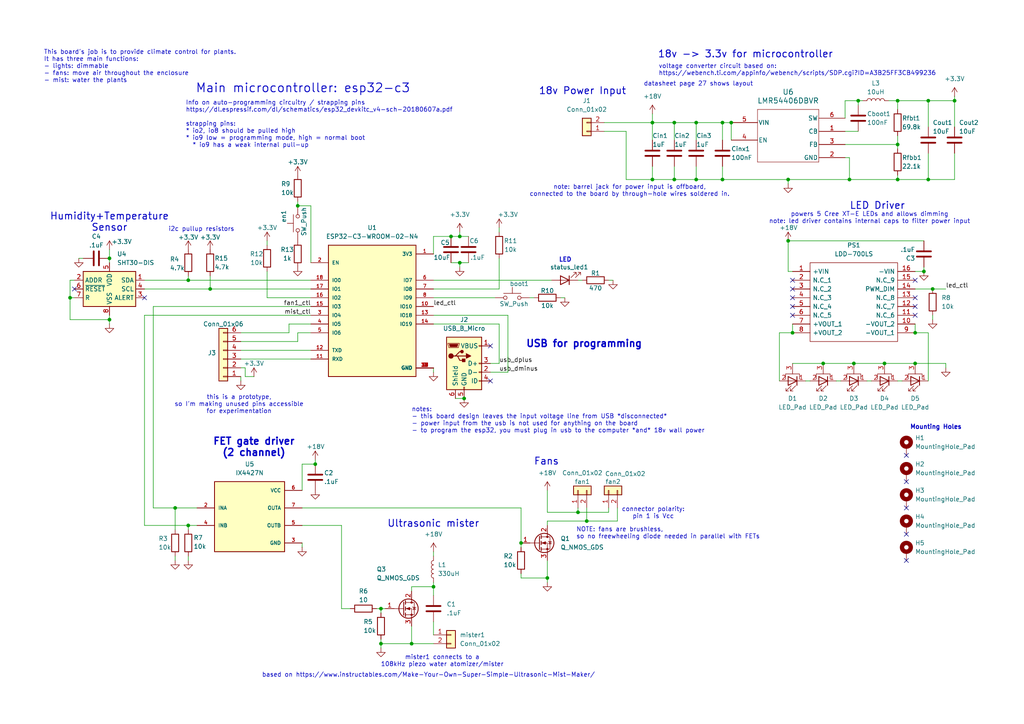
<source format=kicad_sch>
(kicad_sch (version 20231120) (generator "eeschema") (generator_version "8.0")
  (paper "A4")
  (title_block (title "Terrarium Control Board") (date "2024-07-18") (rev "v0.2"))
  (junction (at 167.64 148.59))
  (junction (at 31.75 92.71))
  (junction (at 110.49 186.69))
  (junction (at 195.58 52.07))
  (junction (at 189.23 52.07))
  (junction (at 260.35 52.07))
  (junction (at 119.38 186.69))
  (junction (at 247.65 105.41))
  (junction (at 133.35 76.2))
  (junction (at 265.43 105.41))
  (junction (at 212.09 35.56))
  (junction (at 229.87 96.52))
  (junction (at 209.55 35.56))
  (junction (at 170.18 151.13))
  (junction (at 228.6 52.07))
  (junction (at 54.61 152.4))
  (junction (at 158.75 167.64))
  (junction (at 54.61 81.28))
  (junction (at 269.24 29.21))
  (junction (at 269.24 52.07))
  (junction (at 195.58 35.56))
  (junction (at 209.55 52.07))
  (junction (at 228.6 69.85))
  (junction (at 86.36 59.69))
  (junction (at 201.93 35.56))
  (junction (at 133.35 68.58))
  (junction (at 20.32 86.36))
  (junction (at 130.81 68.58))
  (junction (at 134.62 115.57))
  (junction (at 60.96 83.82))
  (junction (at 256.54 105.41))
  (junction (at 201.93 52.07))
  (junction (at 276.86 29.21))
  (junction (at 125.73 170.18))
  (junction (at 91.44 134.62))
  (junction (at 151.13 157.48))
  (junction (at 265.43 96.52))
  (junction (at 270.51 83.82))
  (junction (at 238.76 105.41))
  (junction (at 246.38 52.07))
  (junction (at 260.35 41.91))
  (junction (at 31.75 74.93))
  (junction (at 50.8 147.32))
  (junction (at 248.92 29.21))
  (junction (at 189.23 35.56))
  (junction (at 260.35 29.21))
  (junction (at 110.49 176.53))
  (junction (at 267.97 78.74))
  (no_connect (at 229.87 86.36))
  (no_connect (at 41.91 86.36))
  (no_connect (at 265.43 88.9))
  (no_connect (at 229.87 88.9))
  (no_connect (at 229.87 83.82))
  (no_connect (at 262.89 147.32))
  (no_connect (at 262.89 139.7))
  (no_connect (at 229.87 81.28))
  (no_connect (at 265.43 86.36))
  (no_connect (at 265.43 81.28))
  (no_connect (at 21.59 83.82))
  (no_connect (at 262.89 132.08))
  (no_connect (at 265.43 91.44))
  (no_connect (at 229.87 91.44))
  (no_connect (at 262.89 154.94))
  (no_connect (at 262.89 162.56))
  (no_connect (at 142.24 110.49))
  (no_connect (at 142.24 100.33))
  (wire (pts (xy 245.11 45.72) (xy 246.38 45.72)))
  (wire (pts (xy 246.38 52.07) (xy 260.35 52.07)))
  (wire (pts (xy 144.78 93.98) (xy 144.78 105.41)))
  (wire (pts (xy 99.06 176.53) (xy 99.06 152.4)))
  (wire (pts (xy 195.58 52.07) (xy 201.93 52.07)))
  (wire (pts (xy 22.86 74.93) (xy 24.13 74.93)))
  (wire (pts (xy 130.81 68.58) (xy 133.35 68.58)))
  (wire (pts (xy 90.17 59.69) (xy 90.17 76.2)))
  (wire (pts (xy 77.47 86.36) (xy 77.47 78.74)))
  (wire (pts (xy 125.73 160.02) (xy 125.73 161.29)))
  (wire (pts (xy 133.35 76.2) (xy 133.35 77.47)))
  (wire (pts (xy 209.55 52.07) (xy 209.55 48.26)))
  (wire (pts (xy 109.22 176.53) (xy 110.49 176.53)))
  (wire (pts (xy 41.91 83.82) (xy 60.96 83.82)))
  (wire (pts (xy 54.61 161.29) (xy 54.61 162.56)))
  (wire (pts (xy 269.24 29.21) (xy 276.86 29.21)))
  (wire (pts (xy 125.73 68.58) (xy 125.73 73.66)))
  (wire (pts (xy 265.43 78.74) (xy 267.97 78.74)))
  (wire (pts (xy 91.44 133.35) (xy 91.44 134.62)))
  (wire (pts (xy 167.64 147.32) (xy 167.64 148.59)))
  (wire (pts (xy 209.55 35.56) (xy 212.09 35.56)))
  (wire (pts (xy 54.61 152.4) (xy 54.61 153.67)))
  (wire (pts (xy 147.32 91.44) (xy 147.32 107.95)))
  (wire (pts (xy 176.53 81.28) (xy 177.8 81.28)))
  (wire (pts (xy 144.78 83.82) (xy 144.78 74.93)))
  (wire (pts (xy 86.36 59.69) (xy 90.17 59.69)))
  (wire (pts (xy 77.47 69.85) (xy 77.47 71.12)))
  (wire (pts (xy 189.23 33.02) (xy 189.23 35.56)))
  (wire (pts (xy 119.38 170.18) (xy 119.38 171.45)))
  (wire (pts (xy 228.6 69.85) (xy 228.6 78.74)))
  (wire (pts (xy 167.64 148.59) (xy 158.75 148.59)))
  (wire (pts (xy 181.61 38.1) (xy 181.61 52.07)))
  (wire (pts (xy 233.68 110.49) (xy 234.95 110.49)))
  (wire (pts (xy 228.6 69.85) (xy 267.97 69.85)))
  (wire (pts (xy 125.73 106.68) (xy 125.73 107.95)))
  (wire (pts (xy 181.61 52.07) (xy 189.23 52.07)))
  (wire (pts (xy 60.96 80.01) (xy 60.96 83.82)))
  (wire (pts (xy 265.43 93.98) (xy 265.43 96.52)))
  (wire (pts (xy 119.38 181.61) (xy 119.38 186.69)))
  (wire (pts (xy 90.17 93.98) (xy 83.82 93.98)))
  (wire (pts (xy 20.32 81.28) (xy 20.32 86.36)))
  (wire (pts (xy 31.75 92.71) (xy 31.75 93.98)))
  (wire (pts (xy 248.92 29.21) (xy 250.19 29.21)))
  (wire (pts (xy 87.63 147.32) (xy 151.13 147.32)))
  (wire (pts (xy 226.06 110.49) (xy 226.06 96.52)))
  (wire (pts (xy 50.8 147.32) (xy 50.8 153.67)))
  (wire (pts (xy 229.87 105.41) (xy 238.76 105.41)))
  (wire (pts (xy 260.35 31.75) (xy 260.35 29.21)))
  (wire (pts (xy 69.85 101.6) (xy 90.17 101.6)))
  (wire (pts (xy 125.73 180.34) (xy 125.73 184.15)))
  (wire (pts (xy 86.36 99.06) (xy 69.85 99.06)))
  (wire (pts (xy 158.75 162.56) (xy 158.75 167.64)))
  (wire (pts (xy 41.91 152.4) (xy 54.61 152.4)))
  (wire (pts (xy 246.38 45.72) (xy 246.38 52.07)))
  (wire (pts (xy 69.85 109.22) (xy 69.85 110.49)))
  (wire (pts (xy 130.81 76.2) (xy 133.35 76.2)))
  (wire (pts (xy 270.51 91.44) (xy 270.51 92.71)))
  (wire (pts (xy 195.58 48.26) (xy 195.58 52.07)))
  (wire (pts (xy 276.86 36.83) (xy 276.86 29.21)))
  (wire (pts (xy 87.63 152.4) (xy 99.06 152.4)))
  (wire (pts (xy 99.06 176.53) (xy 101.6 176.53)))
  (wire (pts (xy 256.54 105.41) (xy 265.43 105.41)))
  (wire (pts (xy 125.73 91.44) (xy 147.32 91.44)))
  (wire (pts (xy 154.94 86.36) (xy 153.67 86.36)))
  (wire (pts (xy 90.17 96.52) (xy 86.36 96.52)))
  (wire (pts (xy 158.75 142.24) (xy 158.75 148.59)))
  (wire (pts (xy 20.32 86.36) (xy 21.59 86.36)))
  (wire (pts (xy 69.85 106.68) (xy 71.12 106.68)))
  (wire (pts (xy 151.13 157.48) (xy 151.13 147.32)))
  (wire (pts (xy 269.24 110.49) (xy 269.24 96.52)))
  (wire (pts (xy 133.35 76.2) (xy 135.89 76.2)))
  (wire (pts (xy 132.08 115.57) (xy 134.62 115.57)))
  (wire (pts (xy 270.51 83.82) (xy 274.32 83.82)))
  (wire (pts (xy 69.85 104.14) (xy 90.17 104.14)))
  (wire (pts (xy 87.63 134.62) (xy 91.44 134.62)))
  (wire (pts (xy 71.12 106.68) (xy 71.12 109.22)))
  (wire (pts (xy 189.23 52.07) (xy 189.23 48.26)))
  (wire (pts (xy 110.49 185.42) (xy 110.49 186.69)))
  (wire (pts (xy 144.78 66.04) (xy 144.78 67.31)))
  (wire (pts (xy 168.91 81.28) (xy 167.64 81.28)))
  (wire (pts (xy 175.26 35.56) (xy 189.23 35.56)))
  (wire (pts (xy 226.06 96.52) (xy 229.87 96.52)))
  (wire (pts (xy 125.73 86.36) (xy 143.51 86.36)))
  (wire (pts (xy 195.58 35.56) (xy 201.93 35.56)))
  (wire (pts (xy 260.35 110.49) (xy 261.62 110.49)))
  (wire (pts (xy 276.86 52.07) (xy 276.86 44.45)))
  (wire (pts (xy 269.24 52.07) (xy 269.24 44.45)))
  (wire (pts (xy 71.12 109.22) (xy 73.66 109.22)))
  (wire (pts (xy 265.43 96.52) (xy 269.24 96.52)))
  (wire (pts (xy 86.36 58.42) (xy 86.36 59.69)))
  (wire (pts (xy 151.13 167.64) (xy 158.75 167.64)))
  (wire (pts (xy 260.35 29.21) (xy 269.24 29.21)))
  (wire (pts (xy 201.93 52.07) (xy 209.55 52.07)))
  (wire (pts (xy 176.53 148.59) (xy 167.64 148.59)))
  (wire (pts (xy 274.32 105.41) (xy 274.32 106.68)))
  (wire (pts (xy 212.09 40.64) (xy 212.09 35.56)))
  (wire (pts (xy 176.53 147.32) (xy 176.53 148.59)))
  (wire (pts (xy 179.07 147.32) (xy 179.07 151.13)))
  (wire (pts (xy 269.24 52.07) (xy 276.86 52.07)))
  (wire (pts (xy 245.11 29.21) (xy 248.92 29.21)))
  (wire (pts (xy 162.56 86.36) (xy 163.83 86.36)))
  (wire (pts (xy 50.8 147.32) (xy 57.15 147.32)))
  (wire (pts (xy 69.85 96.52) (xy 83.82 96.52)))
  (wire (pts (xy 50.8 161.29) (xy 50.8 162.56)))
  (wire (pts (xy 170.18 147.32) (xy 170.18 151.13)))
  (wire (pts (xy 201.93 35.56) (xy 209.55 35.56)))
  (wire (pts (xy 125.73 170.18) (xy 125.73 172.72)))
  (wire (pts (xy 119.38 186.69) (xy 125.73 186.69)))
  (wire (pts (xy 31.75 74.93) (xy 31.75 76.2)))
  (wire (pts (xy 228.6 52.07) (xy 209.55 52.07)))
  (wire (pts (xy 133.35 68.58) (xy 135.89 68.58)))
  (wire (pts (xy 175.26 38.1) (xy 181.61 38.1)))
  (wire (pts (xy 201.93 35.56) (xy 201.93 40.64)))
  (wire (pts (xy 201.93 52.07) (xy 201.93 48.26)))
  (wire (pts (xy 142.24 107.95) (xy 147.32 107.95)))
  (wire (pts (xy 87.63 134.62) (xy 87.63 142.24)))
  (wire (pts (xy 110.49 186.69) (xy 119.38 186.69)))
  (wire (pts (xy 54.61 80.01) (xy 54.61 81.28)))
  (wire (pts (xy 260.35 52.07) (xy 269.24 52.07)))
  (wire (pts (xy 86.36 96.52) (xy 86.36 99.06)))
  (wire (pts (xy 44.45 88.9) (xy 90.17 88.9)))
  (wire (pts (xy 133.35 68.58) (xy 133.35 67.31)))
  (wire (pts (xy 269.24 29.21) (xy 269.24 36.83)))
  (wire (pts (xy 125.73 83.82) (xy 144.78 83.82)))
  (wire (pts (xy 41.91 91.44) (xy 90.17 91.44)))
  (wire (pts (xy 229.87 93.98) (xy 229.87 96.52)))
  (wire (pts (xy 77.47 86.36) (xy 90.17 86.36)))
  (wire (pts (xy 158.75 168.91) (xy 158.75 167.64)))
  (wire (pts (xy 31.75 91.44) (xy 31.75 92.71)))
  (wire (pts (xy 247.65 105.41) (xy 256.54 105.41)))
  (wire (pts (xy 189.23 52.07) (xy 195.58 52.07)))
  (wire (pts (xy 242.57 110.49) (xy 243.84 110.49)))
  (wire (pts (xy 265.43 83.82) (xy 270.51 83.82)))
  (wire (pts (xy 245.11 41.91) (xy 260.35 41.91)))
  (wire (pts (xy 228.6 78.74) (xy 229.87 78.74)))
  (wire (pts (xy 20.32 81.28) (xy 21.59 81.28)))
  (wire (pts (xy 20.32 92.71) (xy 31.75 92.71)))
  (wire (pts (xy 125.73 170.18) (xy 125.73 168.91)))
  (wire (pts (xy 151.13 158.75) (xy 151.13 157.48)))
  (wire (pts (xy 209.55 35.56) (xy 209.55 40.64)))
  (wire (pts (xy 130.81 68.58) (xy 125.73 68.58)))
  (wire (pts (xy 189.23 40.64) (xy 189.23 35.56)))
  (wire (pts (xy 228.6 52.07) (xy 228.6 53.34)))
  (wire (pts (xy 20.32 86.36) (xy 20.32 92.71)))
  (wire (pts (xy 195.58 35.56) (xy 195.58 40.64)))
  (wire (pts (xy 265.43 105.41) (xy 274.32 105.41)))
  (wire (pts (xy 260.35 41.91) (xy 260.35 43.18)))
  (wire (pts (xy 151.13 167.64) (xy 151.13 166.37)))
  (wire (pts (xy 248.92 29.21) (xy 248.92 30.48)))
  (wire (pts (xy 245.11 38.1) (xy 248.92 38.1)))
  (wire (pts (xy 44.45 147.32) (xy 44.45 88.9)))
  (wire (pts (xy 60.96 83.82) (xy 90.17 83.82)))
  (wire (pts (xy 41.91 91.44) (xy 41.91 152.4)))
  (wire (pts (xy 260.35 50.8) (xy 260.35 52.07)))
  (wire (pts (xy 170.18 151.13) (xy 179.07 151.13)))
  (wire (pts (xy 267.97 77.47) (xy 267.97 78.74)))
  (wire (pts (xy 228.6 52.07) (xy 246.38 52.07)))
  (wire (pts (xy 260.35 39.37) (xy 260.35 41.91)))
  (wire (pts (xy 31.75 72.39) (xy 31.75 74.93)))
  (wire (pts (xy 125.73 81.28) (xy 160.02 81.28)))
  (wire (pts (xy 189.23 35.56) (xy 195.58 35.56)))
  (wire (pts (xy 54.61 81.28) (xy 90.17 81.28)))
  (wire (pts (xy 110.49 177.8) (xy 110.49 176.53)))
  (wire (pts (xy 87.63 157.48) (xy 87.63 158.75)))
  (wire (pts (xy 44.45 147.32) (xy 50.8 147.32)))
  (wire (pts (xy 276.86 27.94) (xy 276.86 29.21)))
  (wire (pts (xy 119.38 170.18) (xy 125.73 170.18)))
  (wire (pts (xy 125.73 93.98) (xy 144.78 93.98)))
  (wire (pts (xy 83.82 93.98) (xy 83.82 96.52)))
  (wire (pts (xy 245.11 34.29) (xy 245.11 29.21)))
  (wire (pts (xy 54.61 152.4) (xy 57.15 152.4)))
  (wire (pts (xy 238.76 105.41) (xy 247.65 105.41)))
  (wire (pts (xy 142.24 105.41) (xy 144.78 105.41)))
  (wire (pts (xy 257.81 29.21) (xy 260.35 29.21)))
  (wire (pts (xy 158.75 151.13) (xy 170.18 151.13)))
  (wire (pts (xy 110.49 187.96) (xy 110.49 186.69)))
  (wire (pts (xy 111.76 176.53) (xy 110.49 176.53)))
  (wire (pts (xy 251.46 110.49) (xy 252.73 110.49)))
  (wire (pts (xy 41.91 81.28) (xy 54.61 81.28)))
  (wire (pts (xy 158.75 151.13) (xy 158.75 152.4)))
  (text "NOTE: fans are brushless,\nso no freewheeling diode needed in parallel with FETs" (at 167.132 156.464 0) (effects (font (size 1.27 1.27)) (justify left bottom)))
  (text "Ultrasonic mister" (at 112.268 153.162 0) (effects (font (size 2.032 2.032) (thickness 0.254) (bold yes)) (justify left bottom)))
  (text "i2c pullup resistors" (at 58.42 66.548 0) (effects (font (size 1.27 1.27))))
  (text "Fans\n" (at 158.496 135.128 0) (effects (font (size 2.032 2.032) (thickness 0.254) (bold yes)) (justify bottom)))
  (text "based on https://www.instructables.com/Make-Your-Own-Super-Simple-Ultrasonic-Mist-Maker/" (at 75.946 196.596 0) (effects (font (size 1.27 1.27)) (justify left bottom)))
  (text "This board's job is to provide climate control for plants.\nIt has three main functions:\n- lights: dimmable\n- fans: move air throughout the enclosure\n- mist: water the plants" (at 12.7 19.304 0) (effects (font (size 1.27 1.27)) (justify left)))
  (text "this is a prototype,\nso I'm making unused pins accessible\nfor experimentation" (at 69.342 117.348 0) (effects (font (size 1.27 1.27))))
  (text "FET gate driver\n(2 channel)" (at 73.66 129.794 0) (effects (font (size 2.032 2.032) (thickness 0.4064) (bold yes))))
  (text "note: barrel jack for power input is offboard,\nconnected to the board by through-hole wires soldered in." (at 182.626 55.372 0) (effects (font (size 1.27 1.27))))
  (text "USB for programming" (at 169.418 99.822 0) (effects (font (size 2.032 2.032) (thickness 0.4064) (bold yes))))
  (text "LED" (at 162.052 76.2 0) (effects (font (size 1.27 1.27) (thickness 0.254) (bold yes)) (justify left bottom)))
  (text "powers 5 Cree XT-E LEDs and allows dimming\nnote: led driver contains internal caps to filter power input" (at 252.222 65.024 0) (effects (font (size 1.27 1.27)) (justify bottom)))
  (text "18v Power Input" (at 156.21 27.686 0) (effects (font (size 2.032 2.032) (thickness 0.254) (bold yes)) (justify left bottom)))
  (text "notes:\n- this board design leaves the input voltage line from USB *disconnected*\n- power input from the usb is not used for anything on the board\n- to program the esp32, you must plug in usb to the computer *and* 18v wall power" (at 119.38 121.92 0) (effects (font (size 1.27 1.27)) (justify left)))
  (text "voltage converter circuit based on:\nhttps://webench.ti.com/appinfo/webench/scripts/SDP.cgi?ID=A3B25FF3CB499236" (at 191.008 22.098 0) (effects (font (size 1.27 1.27)) (justify left bottom)))
  (text "18v -> 3.3v for microcontroller" (at 190.754 17.018 0) (effects (font (size 2.032 2.032) (thickness 0.254) (bold yes)) (justify left bottom)))
  (text "datasheet page 27 shows layout" (at 186.69 25.146 0) (effects (font (size 1.27 1.27)) (justify left bottom)))
  (text "mister1 connects to a\n108kHz piezo water atomizer/mister" (at 128.27 191.77 0) (effects (font (size 1.27 1.27))))
  (text "Info on auto-programming circuitry / strapping pins\nhttps://dl.espressif.com/dl/schematics/esp32_devkitc_v4-sch-20180607a.pdf\n\nstrapping pins:\n* io2, io8 should be pulled high\n* io9 low = programming mode, high = normal boot\n  * io9 has a weak internal pull-up" (at 53.848 42.926 0) (effects (font (size 1.27 1.27)) (justify left bottom)))
  (text "Main microcontroller: esp32-c3" (at 87.884 27.178 0) (effects (font (size 2.54 2.54) (thickness 0.254) (bold yes)) (justify bottom)))
  (text "Mounting Holes" (at 263.906 124.714 0) (effects (font (size 1.27 1.27) (thickness 0.254) (bold yes)) (justify left bottom)))
  (text "connector polarity:\npin 1 is Vcc" (at 189.484 148.844 0) (effects (font (size 1.27 1.27))))
  (text "Humidity+Temperature\nSensor" (at 31.75 67.31 0) (effects (font (size 2.032 2.032) (thickness 0.254) (bold yes)) (justify bottom)))
  (text "LED Driver" (at 246.38 60.96 0) (effects (font (size 2.032 2.032) (thickness 0.254) (bold yes)) (justify left bottom)))
  (label "led_ctl" (at 274.32 83.82 0))
  (label "fan1_ctl" (at 90.17 88.9 180))
  (label "usb_dminus" (at 144.78 107.95 0))
  (label "usb_dplus" (at 144.78 105.41 0))
  (label "led_ctl" (at 125.73 88.9 0))
  (label "mist_ctl" (at 90.17 91.44 180))
  (symbol (lib_id "Device:L") (at 254 29.21 90) (unit 1)
    (property "Reference" "L3" (at 254 24.13 90))
    (property "Value" "10uH" (at 254 26.67 90))
    (property "Footprint" "Inductor_SMD:L_Vishay_IHLP-2020" (effects (hide yes)))
    (property "digikey#" "SRN6045-100MCT-ND" (effects (hide yes)))
    (property "LCSC Part #" "C844983" (effects (hide yes)))
  )
  (symbol (lib_id "Device:C") (at 209.55 44.45 0) (unit 1)
    (property "Reference" "Cinx1" (at 212.09 43.18 0) (effects (justify left)))
    (property "Value" "100nF" (at 212.09 45.72 0) (effects (justify left)))
    (property "Footprint" "Resistor_SMD:R_0603_1608Metric" (effects (hide yes)))
    (property "LCSC Part #" "C14663" (effects (hide yes)))
  )
  (symbol (lib_id "Device:LED_Pad") (at 238.76 110.49 180) (unit 1)
    (property "Reference" "D2" (at 238.76 115.57 0))
    (property "Value" "LED_Pad" (at 238.76 118.11 0))
    (property "Footprint" "lib:LED_XTEAWT-00-0000-000000F51" (effects (hide yes)))
    (property "digikey#" "XTEAWT-00-0000-000000GF4CT-ND" (effects (hide yes)))
  )
  (symbol (lib_name "GND_5") (lib_id "power:GND") (at 133.35 77.47 0) (unit 1)
    (property "Reference" "#PWR025" (effects (hide yes)))
    (property "Value" "GND" (effects (hide yes)))
    (property "Description" "Power symbol creates a global label with name \"GND\" , ground" (effects (hide yes)))
  )
  (symbol (lib_id "Device:C") (at 195.58 44.45 0) (unit 1)
    (property "Reference" "Cin2" (at 195.58 39.37 0) (effects (justify left)))
    (property "Value" "1uF" (at 195.58 41.91 0) (effects (justify left)))
    (property "Footprint" "Resistor_SMD:R_0603_1608Metric" (effects (hide yes)))
    (property "LCSC Part #" "C15849" (effects (hide yes)))
  )
  (symbol (lib_id "Device:C") (at 130.81 72.39 0) (unit 1)
    (property "Reference" "C5" (at 127.762 70.358 0) (effects (justify left)))
    (property "Value" "10uF" (at 125.73 74.676 0) (effects (justify left)))
    (property "Footprint" "Capacitor_SMD:C_0805_2012Metric" (effects (hide yes)))
    (property "Description" "Unpolarized capacitor" (effects (hide yes)))
    (property "LCSC Part #" "C15850" (effects (hide yes)))
  )
  (symbol (lib_id "Switch:SW_Push") (at 86.36 64.77 90) (unit 1)
    (property "Reference" "en1" (at 82.296 62.738 0))
    (property "Value" "SW_Push" (at 88.138 64.262 0))
    (property "Footprint" "Button_Switch_SMD:SW_Push_1P1T_XKB_TS-1187A" (effects (hide yes)))
    (property "LCSC Part #" "C318884" (effects (hide yes)))
  )
  (symbol (lib_id "Device:C") (at 248.92 34.29 0) (unit 1)
    (property "Reference" "Cboot1" (at 251.46 33.02 0) (effects (justify left)))
    (property "Value" "100nF" (at 251.46 35.56 0) (effects (justify left)))
    (property "Footprint" "Capacitor_SMD:C_0402_1005Metric" (effects (hide yes)))
    (property "LCSC Part #" "C1525" (effects (hide yes)))
  )
  (symbol (lib_id "Device:R") (at 54.61 76.2 0) (unit 1)
    (property "Reference" "R4" (at 49.276 75.184 0) (effects (justify left)))
    (property "Value" "4.7k" (at 49.276 77.724 0) (effects (justify left)))
    (property "Footprint" "Resistor_SMD:R_0603_1608Metric_Pad0.98x0.95mm_HandSolder" (effects (hide yes)))
    (property "LCSC Part #" "C23162" (effects (hide yes)))
  )
  (symbol (lib_id "power:+3.3V") (at 133.35 67.31 0) (unit 1)
    (property "Reference" "#PWR015" (effects (hide yes)))
    (property "Value" "+3.3V" (at 133.35 62.23 0))
  )
  (symbol (lib_id "power:GND") (at 110.49 187.96 0) (unit 1)
    (property "Reference" "#PWR034" (effects (hide yes)))
    (property "Value" "GND" (effects (hide yes)))
  )
  (symbol (lib_name "GND_1") (lib_id "power:GND") (at 270.51 92.71 0) (unit 1)
    (property "Reference" "#PWR027" (effects (hide yes)))
    (property "Value" "GND" (effects (hide yes)))
    (property "Description" "Power symbol creates a global label with name \"GND\" , ground" (effects (hide yes)))
  )
  (symbol (lib_id "power:GND") (at 50.8 162.56 0) (unit 1)
    (property "Reference" "#PWR06" (effects (hide yes)))
    (property "Value" "GND" (effects (hide yes)))
  )
  (symbol (lib_id "Device:C") (at 135.89 72.39 0) (unit 1)
    (property "Reference" "C6" (at 136.144 69.85 0) (effects (justify left)))
    (property "Value" ".1uF" (at 136.398 74.676 0) (effects (justify left)))
    (property "Footprint" "Capacitor_SMD:C_0805_2012Metric" (effects (hide yes)))
    (property "Description" "Unpolarized capacitor" (effects (hide yes)))
    (property "LCSC Part #" "C28233" (effects (hide yes)))
  )
  (symbol (lib_id "power:GND") (at 163.83 86.36 0) (unit 1)
    (property "Reference" "#PWR08" (effects (hide yes)))
    (property "Value" "GND" (effects (hide yes)))
  )
  (symbol (lib_id "Device:C") (at 201.93 44.45 0) (unit 1)
    (property "Reference" "Cin3" (at 201.93 39.37 0) (effects (justify left)))
    (property "Value" "1uF" (at 201.93 41.91 0) (effects (justify left)))
    (property "Footprint" "Resistor_SMD:R_0603_1608Metric" (effects (hide yes)))
    (property "LCSC Part #" "C15849" (effects (hide yes)))
  )
  (symbol (lib_id "ESP32-C3-WROOM-02-N4:ESP32-C3-WROOM-02-N4") (at 107.95 91.44 0) (unit 1)
    (property "Reference" "U1" (at 107.95 66.04 0))
    (property "Value" "ESP32-C3-WROOM-02-N4" (at 107.95 68.58 0))
    (property "Footprint" "lib:MODULE_ESP32-C3-WROOM-02-H4" (effects (hide yes)))
    (property "Datasheet" "https://www.espressif.com/sites/default/files/documentation/esp32-c3-wroom-02_datasheet_en.pdf" (effects (hide yes)))
    (property "MF" "Espressif Systems" (effects (hide yes)))
    (property "digikey#" "1965-ESP32-C3-WROOM-02-N4CT-ND" (effects (hide yes)))
    (property "LCSC Part #" "C2934560" (effects (hide yes)))
    (property "FT Position Offset" "0,-3.1" (effects (hide yes)))
  )
  (symbol (lib_id "Mechanical:MountingHole_Pad") (at 262.89 137.16 0) (unit 1) (in_bom no)
    (property "Reference" "H2" (at 265.43 134.62 0) (effects (justify left)))
    (property "Value" "MountingHole_Pad" (at 265.43 137.16 0) (effects (justify left)))
    (property "Footprint" "MountingHole:MountingHole_3.2mm_M3_Pad" (effects (hide yes)))
  )
  (symbol (lib_id "Device:R") (at 158.75 86.36 270) (unit 1)
    (property "Reference" "R10" (at 158.75 84.328 90))
    (property "Value" "10k" (at 158.75 88.646 90))
    (property "Footprint" "Resistor_SMD:R_0603_1608Metric_Pad0.98x0.95mm_HandSolder" (effects (hide yes)))
    (property "LCSC Part #" "C25804" (effects (hide yes)))
  )
  (symbol (lib_id "Device:R") (at 151.13 162.56 0) (unit 1)
    (property "Reference" "R2" (at 146.05 161.29 0) (effects (justify left)))
    (property "Value" "10k" (at 146.05 163.83 0) (effects (justify left)))
    (property "Footprint" "Resistor_SMD:R_0603_1608Metric_Pad0.98x0.95mm_HandSolder" (effects (hide yes)))
    (property "LCSC Part #" "C25804" (effects (hide yes)))
  )
  (symbol (lib_id "Device:C") (at 91.44 138.43 0) (unit 1)
    (property "Reference" "C2" (at 93.98 137.16 0) (effects (justify left)))
    (property "Value" ".1uF" (at 93.98 139.7 0) (effects (justify left)))
    (property "Footprint" "Capacitor_SMD:C_0805_2012Metric" (effects (hide yes)))
    (property "Description" "Unpolarized capacitor" (effects (hide yes)))
    (property "LCSC Part #" "C28233" (effects (hide yes)))
  )
  (symbol (lib_id "power:GND") (at 86.36 77.47 0) (unit 1)
    (property "Reference" "#PWR010" (effects (hide yes)))
    (property "Value" "GND" (effects (hide yes)))
  )
  (symbol (lib_name "GND_1") (lib_id "power:GND") (at 267.97 78.74 0) (unit 1)
    (property "Reference" "#PWR026" (effects (hide yes)))
    (property "Value" "GND" (effects (hide yes)))
    (property "Description" "Power symbol creates a global label with name \"GND\" , ground" (effects (hide yes)))
  )
  (symbol (lib_id "power_v18:+18v") (at 125.73 160.02 0) (unit 1)
    (property "Reference" "#PWR03" (effects (hide yes)))
    (property "Value" "+18V" (at 125.73 154.94 0))
  )
  (symbol (lib_id "Mechanical:MountingHole_Pad") (at 262.89 160.02 0) (unit 1) (in_bom no)
    (property "Reference" "H5" (at 265.43 157.48 0) (effects (justify left)))
    (property "Value" "MountingHole_Pad" (at 265.43 160.02 0) (effects (justify left)))
    (property "Footprint" "MountingHole:MountingHole_3.2mm_M3_Pad" (effects (hide yes)))
  )
  (symbol (lib_id "power:+3.3V") (at 31.75 72.39 0) (unit 1)
    (property "Reference" "#PWR024" (effects (hide yes)))
    (property "Value" "+3.3V" (at 35.306 70.104 0))
  )
  (symbol (lib_id "power:+3.3V") (at 54.61 72.39 0) (unit 1)
    (property "Reference" "#PWR046" (effects (hide yes)))
    (property "Value" "+3.3V" (at 54.61 68.834 0))
  )
  (symbol (lib_id "Device:C") (at 267.97 73.66 180) (unit 1)
    (property "Reference" "C3" (at 265.43 74.93 0) (effects (justify left)))
    (property "Value" ".1uF" (at 265.43 72.39 0) (effects (justify left)))
    (property "Footprint" "Capacitor_SMD:C_0805_2012Metric" (effects (hide yes)))
    (property "Description" "Unpolarized capacitor" (effects (hide yes)))
    (property "LCSC Part #" "C28233" (effects (hide yes)))
  )
  (symbol (lib_id "Device:R") (at 105.41 176.53 90) (unit 1)
    (property "Reference" "R6" (at 105.41 171.45 90))
    (property "Value" "10" (at 105.41 173.99 90))
    (property "Footprint" "Resistor_SMD:R_0603_1608Metric_Pad0.98x0.95mm_HandSolder" (effects (hide yes)))
    (property "LCSC Part #" "C22859" (effects (hide yes)))
  )
  (symbol (lib_id "Mechanical:MountingHole_Pad") (at 262.89 144.78 0) (unit 1) (in_bom no)
    (property "Reference" "H3" (at 265.43 142.24 0) (effects (justify left)))
    (property "Value" "MountingHole_Pad" (at 265.43 144.78 0) (effects (justify left)))
    (property "Footprint" "MountingHole:MountingHole_3.2mm_M3_Pad" (effects (hide yes)))
  )
  (symbol (lib_id "power:GND") (at 158.75 168.91 0) (unit 1)
    (property "Reference" "#PWR04" (effects (hide yes)))
    (property "Value" "GND" (effects (hide yes)))
  )
  (symbol (lib_id "Device:Q_NMOS_GDS") (at 156.21 157.48 0) (unit 1)
    (property "Reference" "Q1" (at 162.56 156.21 0) (effects (justify left)))
    (property "Value" "Q_NMOS_GDS" (at 162.56 158.75 0) (effects (justify left)))
    (property "Footprint" "Package_TO_SOT_SMD:SOT-23-3" (effects (hide yes)))
    (property "LCSC Part #" "C7420571" (effects (hide yes)))
  )
  (symbol (lib_name "GND_4") (lib_id "power:GND") (at 69.85 110.49 0) (unit 1)
    (property "Reference" "#PWR013" (effects (hide yes)))
    (property "Value" "GND" (effects (hide yes)))
    (property "Description" "Power symbol creates a global label with name \"GND\" , ground" (effects (hide yes)))
  )
  (symbol (lib_id "power:GND") (at 125.73 107.95 0) (unit 1)
    (property "Reference" "#PWR016" (effects (hide yes)))
    (property "Value" "GND" (effects (hide yes)))
  )
  (symbol (lib_id "Connector_Generic:Conn_01x02") (at 170.18 38.1 180) (unit 1) (in_bom no)
    (property "Reference" "J1" (at 170.18 29.21 0))
    (property "Value" "Conn_01x02" (at 170.18 31.75 0))
    (property "Footprint" "Connector_Wire:SolderWire-2.5sqmm_1x02_P8.8mm_D2.4mm_OD4.4mm" (effects (hide yes)))
    (property "Description" "Generic connector, single row, 01x02, script generated (kicad-library-utils/schlib/autogen/connector/)" (effects (hide yes)))
  )
  (symbol (lib_id "IX4427N:IX4427N") (at 72.39 149.86 0) (unit 1)
    (property "Reference" "U5" (at 72.39 134.62 0))
    (property "Value" "IX4427N" (at 72.39 137.16 0))
    (property "Footprint" "Package_SO:SOIC-8-1EP_3.9x4.9mm_P1.27mm_EP2.29x3mm" (effects (hide yes)))
    (property "MF" "IXYS Integrated Circuits Division" (effects (hide yes)))
    (property "Description_1" "\nLow-Side Gate Driver IC Non-Inverting 8-SOIC\n" (effects (hide yes)))
    (property "Package" "None" (effects (hide yes)))
    (property "Check_prices" "https://www.snapeda.com/parts/IX4427N/IXYS+Integrated+Circuits+Division/view-part/?ref=eda" (effects (hide yes)))
    (property "STANDARD" "IPC-7351B" (effects (hide yes)))
    (property "MP" "IX4427N" (effects (hide yes)))
    (property "Availability" "In Stock" (effects (hide yes)))
    (property "MANUFACTURER" "IXYS" (effects (hide yes)))
    (property "Price" "None" (effects (hide yes)))
    (property "SnapEDA_Link" "https://www.snapeda.com/parts/IX4427N/IXYS+Integrated+Circuits+Division/view-part/?ref=snap" (effects (hide yes)))
    (property "LCSC Part #" "C171845" (effects (hide yes)))
    (property "FT Rotation Offset" "0" (effects (hide yes)))
  )
  (symbol (lib_id "LDD-700LS:LDD-700LS") (at 229.87 78.74 0) (unit 1)
    (property "Reference" "PS1" (at 247.65 71.12 0))
    (property "Value" "LDD-700LS" (at 247.65 73.66 0))
    (property "Footprint" "LDD-700LS-SOP254P1280X930-16N:LDD-700LS-SOP254P1280X930-16N" (effects (hide yes)))
    (property "Datasheet" "https://www.meanwell-web.com/content/files/pdfs/productPdfs/MW/LDD-l/ldd-l-spec.pdf" (effects (hide yes)))
    (property "Description" "LED Power Supplies 9-32V 2-28Vout 700mA LED Driver SMT style" (effects (hide yes)))
    (property "Height" "9.3" (effects (hide yes)))
    (property "Manufacturer_Name" "Mean Well" (effects (hide yes)))
    (property "Manufacturer_Part_Number" "LDD-700LS" (effects (hide yes)))
    (property "digikey#" "1866-5294-ND" (effects (hide yes)))
    (property "Allied Price/Stock" "https://www.alliedelec.com/meanwellusa-ldd-700ls/70387855/" (effects (hide yes)))
    (property "Allied_Number" "70387855" (effects (hide yes)))
    (property "Mouser Part Number" "709-LDD-700LS" (effects (hide yes)))
    (property "Mouser Price/Stock" "https://www.mouser.com/Search/Refine.aspx?Keyword=709-LDD-700LS" (effects (hide yes)))
    (property "LCSC Part #" "C17353291" (effects (hide yes)))
  )
  (symbol (lib_id "Device:R") (at 172.72 81.28 270) (unit 1)
    (property "Reference" "R1" (at 172.72 79.248 90))
    (property "Value" "470" (at 172.72 83.566 90))
    (property "Footprint" "Resistor_SMD:R_0603_1608Metric_Pad0.98x0.95mm_HandSolder" (effects (hide yes)))
    (property "LCSC Part #" "C23179" (effects (hide yes)))
  )
  (symbol (lib_id "power:+3.3V") (at 86.36 50.8 0) (unit 1)
    (property "Reference" "#PWR044" (effects (hide yes)))
    (property "Value" "+3.3V" (at 86.36 46.99 0))
  )
  (symbol (lib_id "power:GND") (at 22.86 74.93 0) (unit 1)
    (property "Reference" "#PWR012" (effects (hide yes)))
    (property "Value" "GND" (effects (hide yes)))
  )
  (symbol (lib_id "Connector_Generic:Conn_01x02") (at 167.64 142.24 90) (unit 1)
    (property "Reference" "fan1" (at 168.91 139.7 90))
    (property "Value" "Conn_01x02" (at 168.91 137.16 90))
    (property "Footprint" "Connector_JST:JST_XH_B2B-XH-A_1x02_P2.50mm_Vertical" (effects (hide yes)))
    (property "LCSC Part #" "C158012" (effects (hide yes)))
    (property "FT Rotation Offset" "180" (effects (hide yes)))
  )
  (symbol (lib_id "Device:LED_Pad") (at 247.65 110.49 180) (unit 1)
    (property "Reference" "D3" (at 247.65 115.57 0))
    (property "Value" "LED_Pad" (at 247.65 118.11 0))
    (property "Footprint" "lib:LED_XTEAWT-00-0000-000000F51" (effects (hide yes)))
    (property "digikey#" "XTEAWT-00-0000-000000GF4CT-ND" (effects (hide yes)))
  )
  (symbol (lib_id "power:GND") (at 177.8 81.28 0) (unit 1)
    (property "Reference" "#PWR01" (effects (hide yes)))
    (property "Value" "GND" (effects (hide yes)))
  )
  (symbol (lib_id "power:GND") (at 31.75 93.98 0) (unit 1)
    (property "Reference" "#PWR023" (effects (hide yes)))
    (property "Value" "GND" (effects (hide yes)))
  )
  (symbol (lib_id "Device:L") (at 125.73 165.1 180) (unit 1)
    (property "Reference" "L1" (at 127 163.83 0) (effects (justify right)))
    (property "Value" "330uH" (at 127 166.37 0) (effects (justify right)))
    (property "Footprint" "Inductor_SMD:L_SXN_SMDRI127" (effects (hide yes)))
    (property "LCSC Part #" "C10152" (effects (hide yes)))
  )
  (symbol (lib_id "Connector_Generic:Conn_01x02") (at 130.81 184.15 0) (unit 1)
    (property "Reference" "mister1" (at 133.35 184.15 0) (effects (justify left)))
    (property "Value" "Conn_01x02" (at 133.35 186.69 0) (effects (justify left)))
    (property "Footprint" "Connector_JST:JST_PH_B2B-PH-K_1x02_P2.00mm_Vertical" (effects (hide yes)))
    (property "LCSC Part #" "C5251182" (effects (hide yes)))
  )
  (symbol (lib_id "Connector:USB_B_Micro") (at 134.62 105.41 0) (unit 1)
    (property "Reference" "J2" (at 134.62 92.71 0))
    (property "Value" "USB_B_Micro" (at 134.62 95.25 0))
    (property "Footprint" "Connector_USB:USB_Micro-B_Amphenol_10104110_Horizontal" (effects (hide yes)))
    (property "Description" "USB Micro Type B connector" (effects (hide yes)))
    (property "LCSC Part #" "C428496" (effects (hide yes)))
  )
  (symbol (lib_id "Device:R") (at 260.35 35.56 0) (unit 1)
    (property "Reference" "Rfbt1" (at 261.62 34.29 0) (effects (justify left)))
    (property "Value" "69.8k" (at 261.62 36.83 0) (effects (justify left)))
    (property "Footprint" "Resistor_SMD:R_0603_1608Metric" (effects (hide yes)))
    (property "digikey#" "311-69.8KHRCT-ND" (effects (hide yes)))
    (property "LCSC Part #" "C137689" (effects (hide yes)))
  )
  (symbol (lib_id "Device:R") (at 50.8 157.48 0) (unit 1)
    (property "Reference" "R3" (at 45.974 156.21 0) (effects (justify left)))
    (property "Value" "10k" (at 45.974 158.75 0) (effects (justify left)))
    (property "Footprint" "Resistor_SMD:R_0603_1608Metric_Pad0.98x0.95mm_HandSolder" (effects (hide yes)))
    (property "LCSC Part #" "C25804" (effects (hide yes)))
  )
  (symbol (lib_id "Device:R") (at 144.78 71.12 0) (unit 1)
    (property "Reference" "R11" (at 148.082 69.85 0))
    (property "Value" "10k" (at 148.082 72.39 0))
    (property "Footprint" "Resistor_SMD:R_0603_1608Metric_Pad0.98x0.95mm_HandSolder" (effects (hide yes)))
    (property "LCSC Part #" "C25804" (effects (hide yes)))
  )
  (symbol (lib_id "Device:C") (at 27.94 74.93 90) (unit 1)
    (property "Reference" "C4" (at 27.94 68.58 90))
    (property "Value" ".1uF" (at 27.94 71.12 90))
    (property "Footprint" "Capacitor_SMD:C_0805_2012Metric" (effects (hide yes)))
    (property "Description" "Unpolarized capacitor" (effects (hide yes)))
    (property "LCSC Part #" "C28233" (effects (hide yes)))
  )
  (symbol (lib_id "Mechanical:MountingHole_Pad") (at 262.89 129.54 0) (unit 1) (in_bom no)
    (property "Reference" "H1" (at 265.43 127 0) (effects (justify left)))
    (property "Value" "MountingHole_Pad" (at 265.43 129.54 0) (effects (justify left)))
    (property "Footprint" "MountingHole:MountingHole_3.2mm_M3_Pad" (effects (hide yes)))
  )
  (symbol (lib_id "Connector_Generic:Conn_01x02") (at 176.53 142.24 90) (unit 1)
    (property "Reference" "fan2" (at 177.8 139.7 90))
    (property "Value" "Conn_01x02" (at 181.356 137.414 90))
    (property "Footprint" "Connector_JST:JST_XH_B2B-XH-A_1x02_P2.50mm_Vertical" (effects (hide yes)))
    (property "LCSC Part #" "C158012" (effects (hide yes)))
    (property "FT Rotation Offset" "180" (effects (hide yes)))
  )
  (symbol (lib_id "Device:Q_NMOS_GDS") (at 116.84 176.53 0) (unit 1)
    (property "Reference" "Q3" (at 109.22 165.1 0) (effects (justify left)))
    (property "Value" "Q_NMOS_GDS" (at 109.22 167.64 0) (effects (justify left)))
    (property "Footprint" "Package_TO_SOT_SMD:SOT-23-3" (effects (hide yes)))
    (property "LCSC Part #" "C7420571" (effects (hide yes)))
  )
  (symbol (lib_id "power:+3.3V") (at 60.96 72.39 0) (unit 1)
    (property "Reference" "#PWR047" (effects (hide yes)))
    (property "Value" "+3.3V" (at 60.96 68.834 0))
  )
  (symbol (lib_id "Device:R") (at 60.96 76.2 0) (unit 1)
    (property "Reference" "R15" (at 62.23 74.93 0) (effects (justify left)))
    (property "Value" "4.7k" (at 62.23 77.47 0) (effects (justify left)))
    (property "Footprint" "Resistor_SMD:R_0603_1608Metric_Pad0.98x0.95mm_HandSolder" (effects (hide yes)))
    (property "LCSC Part #" "C23162" (effects (hide yes)))
  )
  (symbol (lib_id "Device:C") (at 189.23 44.45 0) (unit 1)
    (property "Reference" "Cin1" (at 189.23 39.37 0) (effects (justify left)))
    (property "Value" "1uF" (at 189.23 41.91 0) (effects (justify left)))
    (property "Footprint" "Resistor_SMD:R_0603_1608Metric" (effects (hide yes)))
    (property "LCSC Part #" "C15849" (effects (hide yes)))
  )
  (symbol (lib_id "Device:LED_Pad") (at 229.87 110.49 180) (unit 1)
    (property "Reference" "D1" (at 229.87 115.57 0))
    (property "Value" "LED_Pad" (at 229.87 118.11 0))
    (property "Footprint" "lib:LED_XTEAWT-00-0000-000000F51" (effects (hide yes)))
    (property "digikey#" "XTEAWT-00-0000-000000GF4CT-ND" (effects (hide yes)))
  )
  (symbol (lib_id "Device:R") (at 270.51 87.63 0) (unit 1)
    (property "Reference" "R8" (at 273.05 86.36 0) (effects (justify left)))
    (property "Value" "10k" (at 273.05 88.9 0) (effects (justify left)))
    (property "Footprint" "Resistor_SMD:R_0603_1608Metric_Pad0.98x0.95mm_HandSolder" (effects (hide yes)))
    (property "LCSC Part #" "C25804" (effects (hide yes)))
  )
  (symbol (lib_name "+3.3V_1") (lib_id "power:+3.3V") (at 73.66 109.22 0) (unit 1)
    (property "Reference" "#PWR014" (effects (hide yes)))
    (property "Value" "+3.3V" (at 73.66 105.41 0))
    (property "Description" "Power symbol creates a global label with name \"+3.3V\"" (effects (hide yes)))
  )
  (symbol (lib_name "GND_2") (lib_id "power:GND") (at 91.44 142.24 0) (unit 1)
    (property "Reference" "#PWR02" (effects (hide yes)))
    (property "Value" "GND" (effects (hide yes)))
    (property "Description" "Power symbol creates a global label with name \"GND\" , ground" (effects (hide yes)))
  )
  (symbol (lib_id "power_v18:+18v") (at 189.23 33.02 0) (unit 1)
    (property "Reference" "#PWR032" (effects (hide yes)))
    (property "Value" "+18V" (at 189.23 27.94 0))
  )
  (symbol (lib_id "Device:R") (at 86.36 73.66 180) (unit 1)
    (property "Reference" "R13" (at 83.312 72.39 0))
    (property "Value" "1k" (at 83.312 74.93 0))
    (property "Footprint" "Resistor_SMD:R_0603_1608Metric_Pad0.98x0.95mm_HandSolder" (effects (hide yes)))
    (property "LCSC Part #" "C21190" (effects (hide yes)))
  )
  (symbol (lib_id "power_v18:+18v") (at 158.75 142.24 0) (unit 1)
    (property "Reference" "#PWR05" (effects (hide yes)))
    (property "Value" "+18V" (at 158.75 137.16 0))
  )
  (symbol (lib_id "Device:C") (at 276.86 40.64 0) (unit 1)
    (property "Reference" "Cout2" (at 278.13 35.56 0) (effects (justify left)))
    (property "Value" "10uF" (at 278.13 38.1 0) (effects (justify left)))
    (property "Footprint" "Resistor_SMD:R_0805_2012Metric" (effects (hide yes)))
    (property "LCSC Part #" "C440198" (effects (hide yes)))
  )
  (symbol (lib_id "Device:R") (at 86.36 54.61 0) (unit 1)
    (property "Reference" "R9" (at 81.534 53.34 0) (effects (justify left)))
    (property "Value" "10k" (at 81.534 55.88 0) (effects (justify left)))
    (property "Footprint" "Resistor_SMD:R_0603_1608Metric_Pad0.98x0.95mm_HandSolder" (effects (hide yes)))
    (property "LCSC Part #" "C25804" (effects (hide yes)))
  )
  (symbol (lib_id "power_v18:+18v") (at 91.44 133.35 0) (unit 1)
    (property "Reference" "#PWR022" (effects (hide yes)))
    (property "Value" "+18V" (at 88.9 129.54 0) (effects (justify left)))
  )
  (symbol (lib_id "Device:C") (at 125.73 176.53 0) (unit 1)
    (property "Reference" "C1" (at 129.54 175.2599 0) (effects (justify left)))
    (property "Value" ".1uF" (at 129.54 177.7999 0) (effects (justify left)))
    (property "Footprint" "Capacitor_SMD:C_0805_2012Metric" (effects (hide yes)))
    (property "LCSC Part #" "C28233" (effects (hide yes)))
  )
  (symbol (lib_id "Switch:SW_Push") (at 148.59 86.36 0) (unit 1)
    (property "Reference" "boot1" (at 150.622 82.296 0))
    (property "Value" "SW_Push" (at 149.098 88.138 0))
    (property "Footprint" "Button_Switch_SMD:SW_Push_1P1T_XKB_TS-1187A" (effects (hide yes)))
    (property "LCSC Part #" "C318884" (effects (hide yes)))
  )
  (symbol (lib_id "power:GND") (at 54.61 162.56 0) (unit 1)
    (property "Reference" "#PWR07" (effects (hide yes)))
    (property "Value" "GND" (effects (hide yes)))
  )
  (symbol (lib_id "Device:R") (at 54.61 157.48 0) (unit 1)
    (property "Reference" "R7" (at 56.134 155.956 0) (effects (justify left)))
    (property "Value" "10k" (at 56.134 158.496 0) (effects (justify left)))
    (property "Footprint" "Resistor_SMD:R_0603_1608Metric_Pad0.98x0.95mm_HandSolder" (effects (hide yes)))
    (property "LCSC Part #" "C25804" (effects (hide yes)))
  )
  (symbol (lib_id "Mechanical:MountingHole_Pad") (at 262.89 152.4 0) (unit 1) (in_bom no)
    (property "Reference" "H4" (at 265.43 149.86 0) (effects (justify left)))
    (property "Value" "MountingHole_Pad" (at 265.43 152.4 0) (effects (justify left)))
    (property "Footprint" "MountingHole:MountingHole_3.2mm_M3_Pad" (effects (hide yes)))
  )
  (symbol (lib_id "power:+3.3V") (at 77.47 69.85 0) (unit 1)
    (property "Reference" "#PWR021" (effects (hide yes)))
    (property "Value" "+3.3V" (at 77.47 66.04 0))
  )
  (symbol (lib_id "LMR54406DBVR:LMR54406DBVR") (at 212.09 36.83 0) (unit 1)
    (property "Reference" "U6" (at 228.6 26.67 0) (effects (font (size 1.524 1.524))))
    (property "Value" "LMR54406DBVR" (at 228.6 29.21 0) (effects (font (size 1.524 1.524))))
    (property "Footprint" "Package_TO_SOT_SMD:SOT-23-6" (effects (hide yes)))
    (property "Datasheet" "https://www.ti.com/lit/ds/symlink/lmr54406.pdf" (effects (hide yes)))
    (property "digikey#" "296-LMR54406DBVRCT-ND" (effects (hide yes)))
    (property "LCSC Part #" "C5219316" (effects (hide yes)))
  )
  (symbol (lib_id "Connector_Generic:Conn_01x06") (at 64.77 104.14 180) (unit 1)
    (property "Reference" "J3" (at 61.468 102.362 0))
    (property "Value" "Conn_01x06" (at 64.77 93.98 0))
    (property "Footprint" "Connector_PinHeader_2.54mm:PinHeader_1x06_P2.54mm_Vertical" (effects (hide yes)))
    (property "Description" "Generic connector, single row, 01x06, script generated (kicad-library-utils/schlib/autogen/connector/)" (effects (hide yes)))
    (property "LCSC Part #" "C7430362" (effects (hide yes)))
    (property "FT Rotation Offset" "90" (effects (hide yes)))
  )
  (symbol (lib_id "Device:R") (at 110.49 181.61 0) (unit 1)
    (property "Reference" "R5" (at 105.41 180.34 0) (effects (justify left)))
    (property "Value" "10k" (at 105.41 182.88 0) (effects (justify left)))
    (property "Footprint" "Resistor_SMD:R_0603_1608Metric_Pad0.98x0.95mm_HandSolder" (effects (hide yes)))
    (property "LCSC Part #" "C25804" (effects (hide yes)))
  )
  (symbol (lib_id "Device:LED_Pad") (at 256.54 110.49 180) (unit 1)
    (property "Reference" "D4" (at 256.54 115.57 0))
    (property "Value" "LED_Pad" (at 256.54 118.11 0))
    (property "Footprint" "lib:LED_XTEAWT-00-0000-000000F51" (effects (hide yes)))
    (property "digikey#" "XTEAWT-00-0000-000000GF4CT-ND" (effects (hide yes)))
  )
  (symbol (lib_name "GND_2") (lib_id "power:GND") (at 87.63 158.75 0) (unit 1)
    (property "Reference" "#PWR019" (effects (hide yes)))
    (property "Value" "GND" (effects (hide yes)))
    (property "Description" "Power symbol creates a global label with name \"GND\" , ground" (effects (hide yes)))
  )
  (symbol (lib_name "+3.3V_2") (lib_id "power:+3.3V") (at 276.86 27.94 0) (unit 1)
    (property "Reference" "#PWR017" (effects (hide yes)))
    (property "Value" "+3.3V" (at 276.86 22.86 0))
    (property "Description" "Power symbol creates a global label with name \"+3.3V\"" (effects (hide yes)))
  )
  (symbol (lib_name "GND_6") (lib_id "power:GND") (at 228.6 53.34 0) (unit 1)
    (property "Reference" "#PWR018" (effects (hide yes)))
    (property "Value" "GND" (effects (hide yes)))
    (property "Description" "Power symbol creates a global label with name \"GND\" , ground" (effects (hide yes)))
  )
  (symbol (lib_name "GND_3") (lib_id "power:GND") (at 134.62 115.57 0) (unit 1)
    (property "Reference" "#PWR09" (effects (hide yes)))
    (property "Value" "GND" (effects (hide yes)))
    (property "Description" "Power symbol creates a global label with name \"GND\" , ground" (effects (hide yes)))
  )
  (symbol (lib_id "Device:R") (at 260.35 46.99 0) (unit 1)
    (property "Reference" "Rfbb1" (at 261.62 45.72 0) (effects (justify left)))
    (property "Value" "22.1k" (at 261.62 48.26 0) (effects (justify left)))
    (property "Footprint" "Resistor_SMD:R_0603_1608Metric" (effects (hide yes)))
    (property "digikey#" "311-22.1KHRCT-ND" (effects (hide yes)))
    (property "LCSC Part #" "C844504" (effects (hide yes)))
  )
  (symbol (lib_id "power_v18:+18v") (at 228.6 69.85 0) (unit 1)
    (property "Reference" "#PWR035" (effects (hide yes)))
    (property "Value" "+18V" (at 226.06 66.04 0) (effects (justify left)))
  )
  (symbol (lib_id "Device:LED_Pad") (at 265.43 110.49 180) (unit 1)
    (property "Reference" "D5" (at 265.43 115.57 0))
    (property "Value" "LED_Pad" (at 265.43 118.11 0))
    (property "Footprint" "lib:LED_XTEAWT-00-0000-000000F51" (effects (hide yes)))
    (property "digikey#" "XTEAWT-00-0000-000000GF4CT-ND" (effects (hide yes)))
  )
  (symbol (lib_id "Device:C") (at 269.24 40.64 0) (unit 1)
    (property "Reference" "Cout1" (at 270.51 35.56 0) (effects (justify left)))
    (property "Value" "10uF" (at 270.51 38.1 0) (effects (justify left)))
    (property "Footprint" "Resistor_SMD:R_0805_2012Metric" (effects (hide yes)))
    (property "LCSC Part #" "C440198" (effects (hide yes)))
  )
  (symbol (lib_id "Device:LED") (at 163.83 81.28 180) (unit 1)
    (property "Reference" "status_led1" (at 165.1 77.47 0))
    (property "Value" "LED" (effects (hide yes)))
    (property "Footprint" "LED_SMD:LED_0805_2012Metric" (effects (hide yes)))
    (property "LCSC Part #" "C2297" (effects (hide yes)))
  )
  (symbol (lib_id "power:+3.3V") (at 144.78 66.04 0) (unit 1)
    (property "Reference" "#PWR020" (effects (hide yes)))
    (property "Value" "+3.3V" (at 147.32 62.23 0))
  )
  (symbol (lib_name "GND_1") (lib_id "power:GND") (at 274.32 106.68 0) (unit 1)
    (property "Reference" "#PWR011" (effects (hide yes)))
    (property "Value" "GND" (effects (hide yes)))
    (property "Description" "Power symbol creates a global label with name \"GND\" , ground" (effects (hide yes)))
  )
  (symbol (lib_id "Device:R") (at 77.47 74.93 180) (unit 1)
    (property "Reference" "R12" (at 74.422 73.66 0))
    (property "Value" "10k" (at 74.422 76.2 0))
    (property "Footprint" "Resistor_SMD:R_0603_1608Metric_Pad0.98x0.95mm_HandSolder" (effects (hide yes)))
    (property "LCSC Part #" "C25804" (effects (hide yes)))
  )
  (symbol (lib_id "Sensor_Humidity:SHT30-DIS") (at 31.75 83.82 0) (unit 1)
    (property "Reference" "U4" (at 33.9441 73.66 0) (effects (justify left)))
    (property "Value" "SHT30-DIS" (at 33.9441 76.2 0) (effects (justify left)))
    (property "Footprint" "Sensor_Humidity:Sensirion_DFN-8-1EP_2.5x2.5mm_P0.5mm_EP1.1x1.7mm" (effects (hide yes)))
    (property "Datasheet" "https://www.mouser.com/datasheet/2/682/Sensirion_Humidity_Sensors_SHT3x_Datasheet_digital-971521.pdf" (effects (hide yes)))
    (property "digikey#" "1649-1009-1-ND" (effects (hide yes)))
    (property "LCSC Part #" "C77361" (effects (hide yes)))
  )
)
</source>
